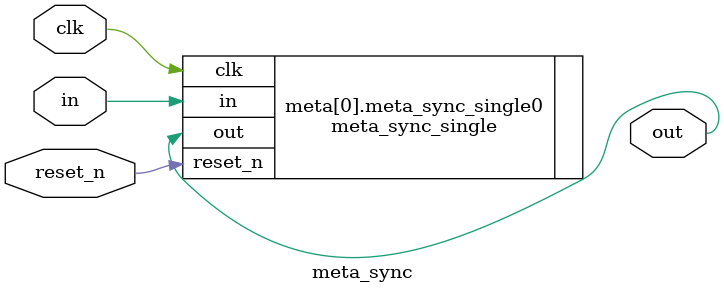
<source format=v>


module meta_sync(/*AUTOARG*/
  // Outputs
  out,
  // Inputs
  clk, reset_n, in
  );

parameter DWIDTH = 1;
parameter EDGE_DETECT = 0;

input                clk;
input                reset_n;
   
input  [DWIDTH-1:0]  in;

output [DWIDTH-1:0]  out;

generate
genvar               i;

    for (i = 0; i < DWIDTH; i = i + 1) begin : meta

        meta_sync_single #(.EDGE_DETECT (EDGE_DETECT))
          meta_sync_single0 (
                      // Outputs
                      .out              (out[i]),
                      // Inputs
                      .clk              (clk),
                      .reset_n          (reset_n),
                      .in               (in[i]));

    end

endgenerate

endmodule


</source>
